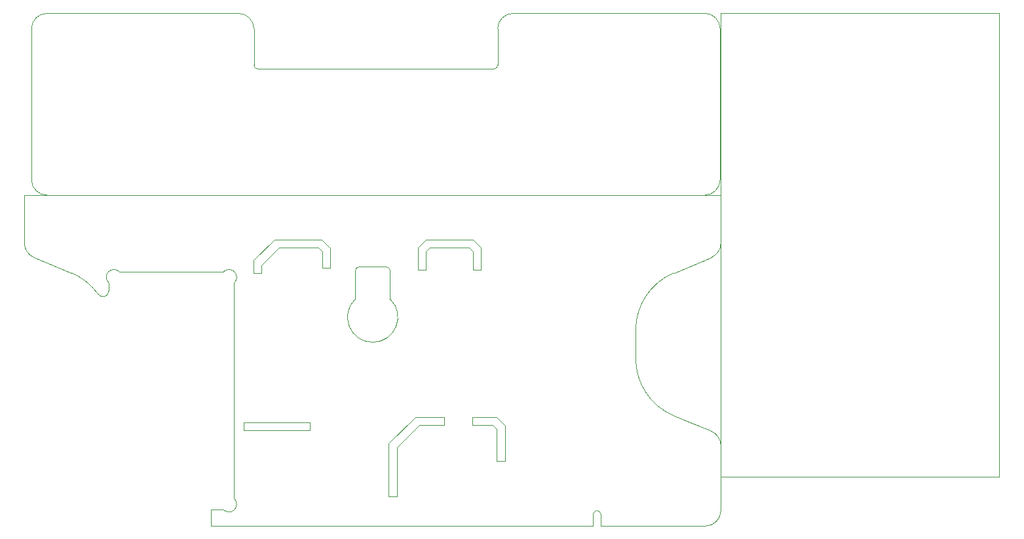
<source format=gko>
G04 Layer_Color=16711935*
%FSLAX44Y44*%
%MOMM*%
G71*
G01*
G75*
%ADD82C,0.1000*%
%ADD144C,0.0127*%
%ADD145C,0.0130*%
D82*
X1765300Y668020D02*
X1405300D01*
Y1268020D01*
X1765300D02*
X1405300D01*
X1765300Y668020D02*
Y1268020D01*
D144*
X802052Y1247393D02*
G03*
X782052Y1267393I-20000J0D01*
G01*
X1137053D02*
G03*
X1117053Y1247393I0J-20000D01*
G01*
X534552Y1267393D02*
G03*
X514552Y1247393I0J-20000D01*
G01*
Y1052393D02*
G03*
X534552Y1032393I20000J0D01*
G01*
X1384553D02*
G03*
X1404553Y1052393I0J20000D01*
G01*
Y1247393D02*
G03*
X1384553Y1267393I-20000J0D01*
G01*
X802086Y1200426D02*
G03*
X807086Y1195426I5000J0D01*
G01*
X1112087D02*
G03*
X1117087Y1200426I0J5000D01*
G01*
X1384553Y1032393D02*
X534552D01*
X782052Y1267393D02*
X534552D01*
X802052Y1247393D02*
Y1205393D01*
X1107053Y1195393D02*
X812052D01*
X1384553Y1267393D02*
X1137053D01*
X514552Y1247393D02*
Y1052393D01*
X1404553Y1247393D02*
Y1052393D01*
X1117053Y1247393D02*
Y1205393D01*
X1117087Y1247427D02*
Y1200426D01*
X802086Y1247427D02*
Y1200426D01*
X1112087Y1195426D02*
X807086D01*
X802054Y1247391D02*
Y1205391D01*
X1107054Y1195391D02*
X812054D01*
X1117054Y1247391D02*
Y1205391D01*
X978048Y934637D02*
G03*
X973048Y939637I-5000J0D01*
G01*
X938048D02*
G03*
X933048Y934637I0J-5000D01*
G01*
X933048Y898089D02*
G03*
X978048Y898089I22500J-23452D01*
G01*
X600831Y904117D02*
G03*
X566075Y931913I-65371J-46115D01*
G01*
X600831Y904117D02*
G03*
X614460Y908440I6129J4323D01*
G01*
X628585Y933020D02*
G03*
X614460Y918895I-7408J-6718D01*
G01*
X776460D02*
G03*
X762335Y933020I-6718J7408D01*
G01*
Y626020D02*
G03*
X776460Y640145I7408J6718D01*
G01*
X1250460Y619520D02*
G03*
X1240460Y619520I-5000J0D01*
G01*
X1385461Y604520D02*
G03*
X1405461Y624520I0J20000D01*
G01*
Y708656D02*
G03*
X1393114Y727134I-20000J0D01*
G01*
X1295460Y821038D02*
G03*
X1344846Y747128I80000J0D01*
G01*
Y931913D02*
G03*
X1295460Y858002I30615J-73910D01*
G01*
X1393114Y951906D02*
G03*
X1405461Y970384I-7654J18478D01*
G01*
X505460D02*
G03*
X517806Y951906I20000J0D01*
G01*
X933048Y898150D02*
G03*
X978048Y898150I22500J-23452D01*
G01*
X938048Y939698D02*
G03*
X933048Y934698I0J-5000D01*
G01*
X978048D02*
G03*
X973048Y939698I-5000J0D01*
G01*
X505460Y970384D02*
Y1032134D01*
X1405461D01*
X978048Y898089D02*
Y934637D01*
X938048Y939637D02*
X973048D01*
X933048Y898089D02*
Y934637D01*
X614460Y908440D02*
Y918895D01*
X628585Y933020D02*
X762335D01*
X776460Y640145D02*
Y918895D01*
X746460Y626020D02*
X762335D01*
X746460Y604520D02*
Y626020D01*
Y604520D02*
X1240460D01*
Y619520D01*
X1250460Y604520D02*
Y619520D01*
Y604520D02*
X1385461D01*
X1405461Y624520D02*
Y708656D01*
X1344846Y747128D02*
X1393114Y727134D01*
X1295460Y821038D02*
Y858002D01*
X1344846Y931913D02*
X1393114Y951906D01*
X1405461Y970384D02*
Y1032134D01*
X517806Y951906D02*
X566075Y931913D01*
X933048Y898150D02*
Y934698D01*
X938048Y939698D02*
X973048D01*
X978048Y898150D02*
Y934698D01*
D145*
X938048Y939698D02*
G03*
X933048Y934698I0J-5000D01*
G01*
X978048D02*
G03*
X973048Y939698I-5000J0D01*
G01*
X933048Y898150D02*
G03*
X978048Y898150I22500J-23452D01*
G01*
X1250460Y619520D02*
G03*
X1240460Y619520I-5000J0D01*
G01*
X1385461Y604520D02*
G03*
X1405461Y624520I0J20000D01*
G01*
Y708656D02*
G03*
X1393114Y727134I-20000J0D01*
G01*
X1295460Y821038D02*
G03*
X1344846Y747128I80000J0D01*
G01*
Y931913D02*
G03*
X1295460Y858002I30615J-73910D01*
G01*
X1393114Y951906D02*
G03*
X1405461Y970384I-7654J18478D01*
G01*
X505460D02*
G03*
X517806Y951906I20000J0D01*
G01*
X600831Y904117D02*
G03*
X566075Y931913I-65371J-46115D01*
G01*
X600831Y904117D02*
G03*
X614460Y908440I6129J4323D01*
G01*
X628585Y933020D02*
G03*
X614460Y918895I-7408J-6718D01*
G01*
X776460D02*
G03*
X762335Y933020I-6718J7408D01*
G01*
Y626020D02*
G03*
X776460Y640145I7408J6718D01*
G01*
X933048Y898150D02*
Y934698D01*
X933048D02*
X933048D01*
X938048Y939698D02*
Y939698D01*
Y939698D02*
X973048D01*
Y939698D01*
X978048Y934698D02*
X978048D01*
X978048Y898150D02*
Y934698D01*
X1084580Y735482D02*
X1110234D01*
X1115822Y729894D01*
Y688746D02*
Y729894D01*
Y688746D02*
X1126744D01*
Y734212D01*
X1115822Y745134D02*
X1126744Y734212D01*
X1084580Y745134D02*
X1115822D01*
X1084580Y735482D02*
Y745134D01*
X976122Y643280D02*
Y711352D01*
X1010412Y745642D01*
X1048258D01*
Y735482D02*
Y745642D01*
X1016000Y735482D02*
X1048258D01*
X987044Y706526D02*
X1016000Y735482D01*
X987044Y643280D02*
Y706526D01*
X976122Y643280D02*
X987044D01*
X1013968Y935634D02*
X1024128D01*
Y959764D01*
X1029208Y964844D01*
X1080008D01*
X1085088Y959764D01*
Y935634D02*
Y959764D01*
Y935634D02*
X1095248D01*
Y964844D01*
X1085088Y975004D02*
X1095248Y964844D01*
X1024128Y975004D02*
X1085088D01*
X1013968Y964844D02*
X1024128Y975004D01*
X1013968Y935634D02*
Y964844D01*
X789178Y728624D02*
X874268D01*
Y738784D01*
X789178D02*
X874268D01*
X789178Y728624D02*
Y738784D01*
X801878Y931824D02*
X812038D01*
Y941984D01*
X822198Y952144D01*
X834898Y964844D01*
X885698D01*
X890778Y959764D01*
Y938174D02*
Y959764D01*
Y938174D02*
X900938D01*
Y963574D01*
X889508Y975004D02*
X900938Y963574D01*
X828548Y975004D02*
X889508D01*
X801878Y948334D02*
X828548Y975004D01*
X801878Y931824D02*
Y948334D01*
X746460Y604520D02*
Y626020D01*
Y604520D02*
X1240460D01*
Y619520D01*
X1240460D02*
X1240460D01*
X1250460Y604520D02*
Y619520D01*
Y604520D02*
X1385461D01*
X1405461Y624520D02*
Y708656D01*
X1393114Y727134D02*
Y727134D01*
X1344846Y747128D02*
X1393114Y727134D01*
X1344846Y747128D02*
Y747128D01*
X1295460Y821038D02*
Y858002D01*
X1344846Y931913D02*
Y931913D01*
X1393114Y951906D01*
Y951906D02*
Y951906D01*
X1405461Y970384D02*
Y1032134D01*
X505460D02*
X1405461D01*
X505460Y970384D02*
Y1032134D01*
X517806Y951906D02*
X517806Y951906D01*
X566075Y931913D01*
Y931913D02*
Y931913D01*
X600831Y904117D02*
X600831Y904117D01*
X614460Y908440D02*
Y918895D01*
X628585Y933020D02*
X762335D01*
X776460Y640145D02*
Y918895D01*
X746460Y626020D02*
X762335D01*
M02*

</source>
